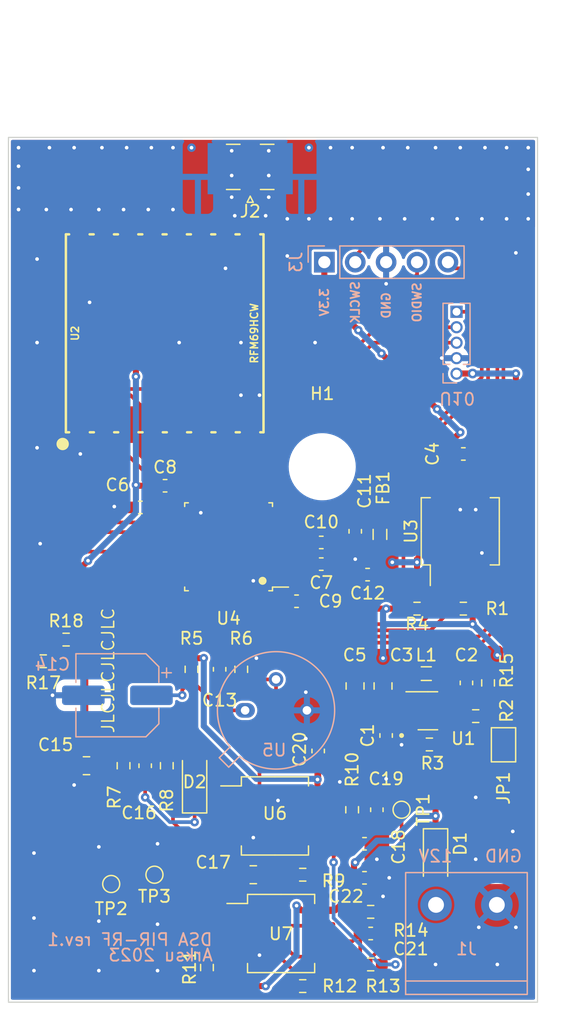
<source format=kicad_pcb>
(kicad_pcb (version 20211014) (generator pcbnew)
  (layers (0 "F.Cu" signal) (31 "B.Cu" power) (34 "B.Paste" user) (35 "F.Paste" user) (36 "B.SilkS" user "B.Silkscreen") (37 "F.SilkS" user "F.Silkscreen") (38 "B.Mask" user) (39 "F.Mask" user) (44 "Edge.Cuts" user))
  (net 0 "")
  (net 1 "+3.3V")
  (net 2 "Net-(C2-Pad1)")
  (net 3 "Net-(C2-Pad2)")
  (net 4 "NRST")
  (net 5 "+3.3VA")
  (net 6 "Net-(C13-Pad1)")
  (net 7 "Net-(C14-Pad1)")
  (net 8 "Net-(C15-Pad1)")
  (net 9 "Net-(C16-Pad1)")
  (net 10 "Net-(C16-Pad2)")
  (net 11 "Net-(C17-Pad1)")
  (net 12 "Net-(C18-Pad1)")
  (net 13 "Net-(C19-Pad1)")
  (net 14 "Net-(C19-Pad2)")
  (net 15 "+12V")
  (net 16 "Net-(C21-Pad1)")
  (net 17 "GND")
  (net 18 "SWCLK")
  (net 19 "SWDIO")
  (net 20 "SCL")
  (net 21 "SDA")
  (net 22 "Net-(R11-Pad2)")
  (net 23 "PIR0_OUT")
  (net 24 "PIR1_OUT")
  (net 26 "RF_RESET")
  (net 30 "RF_DIO0")
  (net 36 "UART_Tx")
  (net 37 "UART_Rx")
  (net 40 "Radar_OUT")
  (net 47 "Net-(J2-Pad1)")
  (net 48 "SPI_MISO")
  (net 49 "SPI_MOSI")
  (net 50 "SPI_SCK")
  (net 51 "SPI_NSS")
  (net 52 "Net-(JP1-Pad2)")
  (net 53 "Net-(R2-Pad1)")
  (net 54 "Net-(R15-Pad1)")
  (footprint "Resistor_SMD:R_0603_1608Metric_Pad0.98x0.95mm_HandSolder" (layer "F.Cu") (at 240.284 99.06 180)
    (fp_text reference "R13")
    (fp_text value "390k")
  )
  (footprint "Capacitor_SMD:C_0603_1608Metric_Pad1.08x0.95mm_HandSolder" (layer "F.Cu") (at 240.284 96.52)
    (fp_text reference "C21")
    (fp_text value "10n")
  )
  (footprint "Capacitor_SMD:C_0805_2012Metric_Pad1.18x1.45mm_HandSolder" (layer "F.Cu") (at 216.916 82.7445 180)
    (fp_text reference "C15")
    (fp_text value "22u")
  )
  (footprint "Package_SO:SO-8_5.3x6.2mm_P1.27mm" (layer "F.Cu") (at 232.41 86.868)
    (fp_text reference "U6")
    (fp_text value "LM358")
  )
  (footprint "Capacitor_SMD:C_0603_1608Metric_Pad1.08x0.95mm_HandSolder" (layer "F.Cu") (at 248.158 75.946 90)
    (fp_text reference "C2")
    (fp_text value "100n")
  )
  (footprint "Resistor_SMD:R_0603_1608Metric_Pad0.98x0.95mm_HandSolder" (layer "F.Cu") (at 240.284 94.742)
    (fp_text reference "R14")
    (fp_text value "680k")
  )
  (footprint "Resistor_SMD:R_0603_1608Metric_Pad0.98x0.95mm_HandSolder" (layer "F.Cu") (at 238.76 86.36 90)
    (fp_text reference "R10")
    (fp_text value "1.2M")
  )
  (footprint "Resistor_SMD:R_0603_1608Metric_Pad0.98x0.95mm_HandSolder" (layer "F.Cu") (at 225.552 74.8295 -90)
    (fp_text reference "R5")
    (fp_text value "47k")
  )
  (footprint "Resistor_SMD:R_0603_1608Metric_Pad0.98x0.95mm_HandSolder" (layer "F.Cu") (at 226.822 99.314 90)
    (fp_text reference "R11")
    (fp_text value "680k")
  )
  (footprint "Resistor_SMD:R_0603_1608Metric_Pad0.98x0.95mm_HandSolder" (layer "F.Cu") (at 223.52 82.7445 90)
    (fp_text reference "R8")
    (fp_text value "680k")
  )
  (footprint "Jumper:SolderJumper-2_P1.3mm_Open_TrianglePad1.0x1.5mm" (layer "F.Cu") (at 251.206 81.026 90)
    (fp_text reference "JP1")
    (fp_text value "Jumper_2_Open")
  )
  (footprint "Capacitor_SMD:C_0805_2012Metric_Pad1.18x1.45mm_HandSolder" (layer "F.Cu") (at 230.632 91.694 180)
    (fp_text reference "C17")
    (fp_text value "22u")
  )
  (footprint "Connector_Coaxial:SMA_Samtec_SMA-J-P-X-ST-EM1_EdgeMount" (layer "F.Cu") (at 230.378 33.728 180)
    (fp_text reference "J2")
    (fp_text value "SMA Edge Mount")
  )
  (footprint "Package_TO_SOT_SMD:TSOT-23-6" (layer "F.Cu") (at 244.9885 78.232)
    (fp_text reference "U1")
    (fp_text value "AP62250Z6")
  )
  (footprint "TestPoint:TestPoint_Pad_D1.0mm" (layer "F.Cu") (at 222.504 91.694)
    (fp_text reference "TP3")
    (fp_text value "Digital PIR_L")
  )
  (footprint "Capacitor_SMD:C_0603_1608Metric_Pad1.08x0.95mm_HandSolder" (layer "F.Cu") (at 221.742 82.7445 90)
    (fp_text reference "C16")
    (fp_text value "22n")
  )
  (footprint "Package_QFP:LQFP-32_7x7mm_P0.8mm" (layer "F.Cu") (at 228.6 64.77 180)
    (fp_text reference "U4")
    (fp_text value "STM32L010K8T6")
  )
  (footprint "Capacitor_SMD:C_0805_2012Metric_Pad1.18x1.45mm_HandSolder" (layer "F.Cu") (at 241.3 76.2 -90)
    (fp_text reference "C3")
    (fp_text value "22u")
  )
  (footprint "Resistor_SMD:R_0603_1608Metric_Pad0.98x0.95mm_HandSolder" (layer "F.Cu") (at 229.641 74.8295 90)
    (fp_text reference "R6")
    (fp_text value "47k")
  )
  (footprint "Resistor_SMD:R_0603_1608Metric_Pad0.98x0.95mm_HandSolder" (layer "F.Cu") (at 248.92 78.674)
    (fp_text reference "R2")
    (fp_text value "30k")
  )
  (footprint "Capacitor_SMD:C_0805_2012Metric_Pad1.18x1.45mm_HandSolder" (layer "F.Cu") (at 239 76.2 -90)
    (fp_text reference "C5")
    (fp_text value "22u")
  )
  (footprint "Resistor_SMD:R_0603_1608Metric_Pad0.98x0.95mm_HandSolder" (layer "F.Cu") (at 219.964 82.7445 90)
    (fp_text reference "R7")
    (fp_text value "15k")
  )
  (footprint "Resistor_SMD:R_0603_1608Metric_Pad0.98x0.95mm_HandSolder" (layer "F.Cu") (at 245.11 81 180)
    (fp_text reference "R3")
    (fp_text value "10k")
  )
  (footprint "Capacitor_SMD:C_0603_1608Metric_Pad1.08x0.95mm_HandSolder" (layer "F.Cu") (at 236.22 64.4155)
    (fp_text reference "C10")
    (fp_text value "10n")
  )
  (footprint "Resistor_SMD:R_0603_1608Metric_Pad0.98x0.95mm_HandSolder" (layer "F.Cu") (at 213.36 74.168)
    (fp_text reference "R17")
    (fp_text value "4k7")
  )
  (footprint "Inductor_SMD:L_0805_2012Metric_Pad1.05x1.20mm_HandSolder" (layer "F.Cu") (at 244.856 75.184 180)
    (fp_text reference "L1")
    (fp_text value "2.2u")
  )
  (footprint "Resistor_SMD:R_0603_1608Metric_Pad0.98x0.95mm_HandSolder" (layer "F.Cu") (at 249.936 75.946 90)
    (fp_text reference "R15")
    (fp_text value "1k6")
  )
  (footprint "Capacitor_SMD:C_0603_1608Metric_Pad1.08x0.95mm_HandSolder" (layer "F.Cu") (at 223.377 59.76)
    (fp_text reference "C8")
    (fp_text value "100n")
  )
  (footprint "Capacitor_SMD:C_0603_1608Metric_Pad1.08x0.95mm_HandSolder" (layer "F.Cu") (at 236.22 66.1935 180)
    (fp_text reference "C7")
    (fp_text value "100n")
  )
  (footprint "Resistor_SMD:R_0603_1608Metric_Pad0.98x0.95mm_HandSolder" (layer "F.Cu") (at 234.696 100.838)
    (fp_text reference "R12")
    (fp_text value "390k")
  )
  (footprint "Capacitor_SMD:C_0603_1608Metric_Pad1.08x0.95mm_HandSolder" (layer "F.Cu") (at 241.554 80.264 -90)
    (fp_text reference "C1")
    (fp_text value "10u")
  )
  (footprint "Capacitor_SMD:C_0603_1608Metric_Pad1.08x0.95mm_HandSolder" (layer "F.Cu") (at 234.188 69.2415 180)
    (fp_text reference "C9")
    (fp_text value "100n")
  )
  (footprint "Local:RFM69HCW-XXXS2" (layer "F.Cu") (at 223.34728 47.244 90)
    (fp_text reference "U2")
    (fp_text value "RFM69HCW")
  )
  (footprint "Package_SO:SO-8_5.3x6.2mm_P1.27mm" (layer "F.Cu") (at 247.65 63.5 90)
    (fp_text reference "U3")
    (fp_text value "LM75B")
  )
  (footprint "Capacitor_SMD:C_0603_1608Metric_Pad1.08x0.95mm_HandSolder" (layer "F.Cu") (at 239.776 91.948 180)
    (fp_text reference "C22")
    (fp_text value "22n")
  )
  (footprint "Diode_SMD:D_MiniMELF" (layer "F.Cu") (at 225.806 84.074 90)
    (fp_text reference "D2")
    (fp_text value "1N4148")
  )
  (footprint "Resistor_SMD:R_0603_1608Metric_Pad0.98x0.95mm_HandSolder" (layer "F.Cu") (at 215.2415 72.39 180)
    (fp_text reference "R18")
    (fp_text value "4k7")
  )
  (footprint "Capacitor_SMD:C_0603_1608Metric_Pad1.08x0.95mm_HandSolder" (layer "F.Cu") (at 221.345 61.538 180)
    (fp_text reference "C6")
    (fp_text value "10u")
  )
  (footprint "Package_SO:SO-8_5.3x6.2mm_P1.27mm" (layer "F.Cu") (at 232.918 96.52)
    (fp_text reference "U7")
    (fp_text value "LM393")
  )
  (footprint "Resistor_SMD:R_0603_1608Metric_Pad0.98x0.95mm_HandSolder" (layer "F.Cu") (at 247.904 69.85 180)
    (fp_text reference "R1")
    (fp_text value "4k7")
  )
  (footprint "TestPoint:TestPoint_Pad_D1.0mm" (layer "F.Cu") (at 218.948 92.456)
    (fp_text reference "TP2")
    (fp_text value "Digital PIR_H")
  )
  (footprint "Resistor_SMD:R_0603_1608Metric_Pad0.98x0.95mm_HandSolder" (layer "F.Cu") (at 244.094 69.85)
    (fp_text reference "R4")
    (fp_text value "4k7")
  )
  (footprint "Capacitor_SMD:C_0603_1608Metric_Pad1.08x0.95mm_HandSolder" (layer "F.Cu") (at 247.904 57.15 180)
    (fp_text reference "C4")
    (fp_text value "100n")
  )
  (footprint "Inductor_SMD:L_0805_2012Metric_Pad1.05x1.20mm_HandSolder" (layer "F.Cu") (at 241.046 63.754 -90)
    (fp_text reference "FB1")
    (fp_text value "BLM21AG102SN1D")
  )
  (footprint "TestPoint:TestPoint_Pad_D1.0mm" (layer "F.Cu") (at 242.824 86.36)
    (fp_text reference "TP1")
    (fp_text value "Analog PIR")
  )
  (footprint "Capacitor_SMD:C_0603_1608Metric_Pad1.08x0.95mm_HandSolder" (layer "F.Cu") (at 239.776 89.154)
    (fp_text reference "C18")
    (fp_text value "10n")
  )
  (footprint "Capacitor_SMD:C_0603_1608Metric_Pad1.08x0.95mm_HandSolder" (layer "F.Cu") (at 235.966 81.534 -90)
    (fp_text reference "C20")
    (fp_text value "22n")
  )
  (footprint "Capacitor_SMD:C_0603_1608Metric_Pad1.08x0.95mm_HandSolder" (layer "F.Cu") (at 240.03 67.056 180)
    (fp_text reference "C12")
    (fp_text value "1u")
  )
  (footprint "MountingHole:MountingHole_5mm" (layer "F.Cu") (at 236.3 58.2)
    (fp_text reference "H1")
    (fp_text value "MountingHole")
  )
  (footprint "Capacitor_SMD:C_0603_1608Metric_Pad1.08x0.95mm_HandSolder" (layer "F.Cu") (at 240.792 86.36 90)
    (fp_text reference "C19")
    (fp_text value "22n")
  )
  (footprint "Capacitor_SMD:C_0603_1608Metric_Pad1.08x0.95mm_HandSolder" (layer "F.Cu") (at 227.863 74.8295 90)
    (fp_text reference "C13")
    (fp_text value "100n")
  )
  (footprint "Capacitor_SMD:C_0603_1608Metric_Pad1.08x0.95mm_HandSolder" (layer "F.Cu") (at 239.014 63.5 -90)
    (fp_text reference "C11")
    (fp_text value "1u")
  )
  (footprint "Resistor_SMD:R_0603_1608Metric_Pad0.98x0.95mm_HandSolder" (layer "F.Cu") (at 234.696 91.694)
    (fp_text reference "R9")
    (fp_text value "12k")
  )
  (footprint "Diode_SMD:D_SOD-123" (layer "F.Cu") (at 245.618 90.17 -90)
    (fp_text reference "D1")
    (fp_text value "STPS0520Z")
  )
  (footprint "Capacitor_SMD:CP_Elec_6.3x5.4" (layer "B.Cu") (at 219.456 76.962 180)
    (fp_text reference "C14")
    (fp_text value "100u")
  )
  (footprint "Package_TO_SOT_THT:TO-5-3" (layer "B.Cu") (at 229.96 78.2)
    (fp_text reference "U5")
    (fp_text value "D203S")
  )
  (footprint "Local:DG301R-5.0" (layer "B.Cu") (at 248.158 96.52 180)
    (fp_text reference "J1")
    (fp_text value "Screw_Terminal_01x02")
  )
  (footprint "Local:LD2410" (layer "B.Cu") (at 215.494 48.006)
    (fp_text reference "U10")
    (fp_text value "LD2410")
  )
  (footprint "Connector_PinHeader_2.54mm:PinHeader_1x05_P2.54mm_Vertical" (layer "B.Cu") (at 236.474 41.402 -90)
    (fp_text reference "J3")
    (fp_text value "Conn_01x05_Male")
  )
  (gr_circle (center 231.394 67.564) (end 231.648 67.564) (layer "F.SilkS") (width 0.15) (fill solid))
  (gr_circle (center 242.824 80.264) (end 242.924 80.264) (layer "F.SilkS") (width 0.2) (fill solid))
  (gr_rect locked (start 210.5 31.16) (end 254 102.16) (layer "Edge.Cuts") (width 0.1) (fill none))
  (gr_text "12V" (at 245.618 90.17) (layer "B.SilkS") (effects (font (size 1 1)) (justify mirror)))
  (gr_text "GND" (at 251.206 90.17) (layer "B.SilkS") (effects (font (size 1 1)) (justify mirror)))
  (gr_text "Arksu 2023" (at 223.012 98.298) (layer "B.SilkS") (effects (font (size 1 1)) (justify mirror)))
  (gr_text "DSA PIR-RF rev.1" (at 220.472 97.028) (layer "B.SilkS") (effects (font (size 1 1)) (justify mirror)))
  (gr_text "SWDIO" (at 244.094 44.704 90) (layer "B.SilkS") (effects (font (size 0.7 0.7)) (justify mirror)))
  (gr_text "GND" (at 241.554 44.958 90) (layer "B.SilkS") (effects (font (size 0.7 0.7)) (justify mirror)))
  (gr_text "SWCLK" (at 239.014 44.704 90) (layer "B.SilkS") (effects (font (size 0.7 0.7)) (justify mirror)))
  (gr_text "3.3V\n" (at 236.474 44.704 90) (layer "B.SilkS") (effects (font (size 0.7 0.7)) (justify mirror)))
  (gr_text "JLCJLCJLCJLC" (at 218.694 74.93 90) (layer "F.SilkS") (effects (font (size 1 1) (thickness 0.125))))
  (segment (start 247.65 55.372) (end 247.0415 55.9805) (width 0.5) (layer "F.Cu") (net 1))
  (segment (start 222.6395 61.97) (end 222.2075 61.538) (width 0.5) (layer "F.Cu") (net 1))
  (segment (start 248.666 70.0005) (end 248.8165 69.85) (width 0.5) (layer "F.Cu") (net 1))
  (segment (start 220.98 50.8) (end 220.98 49.784) (width 0.5) (layer "F.Cu") (net 1))
  (segment (start 245.745 64.135) (end 245.745 60) (width 0.5) (layer "F.Cu") (net 1))
  (segment (start 214.329 74.1115) (end 214.2725 74.168) (width 0.5) (layer "F.Cu") (net 1))
  (segment (start 222.34906 48.41494) (end 222.34906 43.33494) (width 0.5) (layer "F.Cu") (net 1))
  (segment (start 241.046 66.9025) (end 240.8925 67.056) (width 0.5) (layer "F.Cu") (net 1))
  (segment (start 245.745 60) (end 245.745 58.4465) (width 0.5) (layer "F.Cu") (net 1))
  (segment (start 248.666 71.12) (end 248.666 70.0005) (width 0.5) (layer "F.Cu") (net 1))
  (segment (start 245.745 58.4465) (end 247.0415 57.15) (width 0.5) (layer "F.Cu") (net 1))
  (segment (start 232.775 67.57) (end 234.702 67.57) (width 0.5) (layer "F.Cu") (net 1))
  (segment (start 236.474 44.196) (end 236.474 41.402) (width 0.5) (layer "F.Cu") (net 1))
  (segment (start 222.34906 43.33494) (end 222.34906 39.74592) (width 0.5) (layer "F.Cu") (net 1))
  (segment (start 244.094 65.786) (end 245.745 64.135) (width 0.5) (layer "F.Cu") (net 1))
  (segment (start 223.21012 44.196) (end 222.34906 43.33494) (width 0.5) (layer "F.Cu") (net 1))
  (segment (start 214.329 72.39) (end 214.329 74.1115) (width 0.5) (layer "F.Cu") (net 1))
  (segment (start 220.98 49.784) (end 222.34906 48.41494) (width 0.5) (layer "F.Cu") (net 1))
  (segment (start 247.0415 55.9805) (end 247.0415 57.15) (width 0.5) (layer "F.Cu") (net 1))
  (segment (start 217.043 65.913) (end 214.329 68.627) (width 0.5) (layer "F.Cu") (net 1))
  (segment (start 222.5145 59.76) (end 221.05 59.76) (width 0.5) (layer "F.Cu") (net 1))
  (segment (start 241.046 67.056) (end 242.062 66.04) (width 0.5) (layer "F.Cu") (net 1))
  (segment (start 214.329 68.627) (end 214.329 72.39) (width 0.5) (layer "F.Cu") (net 1))
  (segment (start 234.702 67.57) (end 235.0505 67.9185) (width 0.5) (layer "F.Cu") (net 1))
  (segment (start 235.659 69.85) (end 235.0505 69.2415) (width 0.5) (layer "F.Cu") (net 1))
  (segment (start 239.268 46.99) (end 236.474 44.196) (width 0.5) (layer "F.Cu") (net 1))
  (segment (start 236.474 44.196) (end 223.21012 44.196) (width 0.5) (layer "F.Cu") (net 1))
  (segment (start 244.094 68.58) (end 244.094 65.786) (width 0.5) (layer "F.Cu") (net 1))
  (segment (start 222.2075 61.538) (end 222.2075 60.067) (width 0.5) (layer "F.Cu") (net 1))
  (segment (start 240.8925 67.056) (end 241.046 67.056) (width 0.5) (layer "F.Cu") (net 1))
  (segment (start 222.2075 60.067) (end 222.5145 59.76) (width 0.5) (layer "F.Cu") (net 1))
  (segment (start 224.425 61.97) (end 222.6395 61.97) (width 0.5) (layer "F.Cu") (net 1))
  (segment (start 221.05 59.76) (end 220.98 59.69) (width 0.5) (layer "F.Cu") (net 1))
  (segment (start 243.1815 69.85) (end 244.094 68.9375) (width 0.5) (layer "F.Cu") (net 1))
  (segment (start 243.1815 69.85) (end 235.659 69.85) (width 0.5) (layer "F.Cu") (net 1))
  (segment (start 244.094 68.9375) (end 244.094 68.58) (width 0.5) (layer "F.Cu") (net 1))
  (segment (start 245.745 53.467) (end 241.173 48.895) (width 0.5) (layer "F.Cu") (net 1))
  (segment (start 235.0505 67.9185) (end 235.0505 69.2415) (width 0.5) (layer "F.Cu") (net 1))
  (via (at 245.745 53.467) (size 0.7) (drill 0.3) (layers "F.Cu" "B.Cu") (net 1))
  (via (at 217.043 65.913) (size 0.7) (drill 0.3) (layers "F.Cu" "B.Cu") (net 1))
  (via (at 242.062 66.04) (size 0.7) (drill 0.3) (layers "F.Cu" "B.Cu") (net 1))
  (via (at 220.98 59.69) (size 0.7) (drill 0.3) (layers "F.Cu" "B.Cu") (net 1))
  (via (at 248.666 71.12) (size 0.7) (drill 0.3) (layers "F.Cu" "B.Cu") (net 1))
  (via (at 247.65 55.372) (size 0.7) (drill 0.3) (layers "F.Cu" "B.Cu") (net 1))
  (via (at 241.173 48.895) (size 0.7) (drill 0.3) (layers "F.Cu" "B.Cu") (net 1))
  (via (at 241.554 69.85) (size 0.7) (drill 0.3) (layers "F.Cu" "B.Cu") (net 1))
  (via (at 239.268 46.99) (size 0.7) (drill 0.3) (layers "F.Cu" "B.Cu") (net 1))
  (via (at 250.698 73.66) (size 0.7) (drill 0.3) (layers "F.Cu" "B.Cu") (net 1))
  (via (at 244.094 66.04) (size 0.7) (drill 0.3) (layers "F.Cu" "B.Cu") (net 1))
  (via (at 241.3 73.914) (size 0.7) (drill 0.3) (layers "F.Cu" "B.Cu") (net 1))
  (via (at 220.98 50.8) (size 0.7) (drill 0.3) (layers "F.Cu" "B.Cu") (net 1))
  (segment (start 241.173 48.895) (end 239.268 46.99) (width 0.5) (layer "B.Cu") (net 1))
  (segment (start 217.043 65.913) (end 220.98 61.976) (width 0.5) (layer "B.Cu") (net 1))
  (segment (start 245.745 53.467) (end 247.65 55.372) (width 0.5) (layer "B.Cu") (net 1))
  (segment (start 250.698 73.66) (end 250.698 73.152) (width 0.5) (layer "B.Cu") (net 1))
  (segment (start 241.554 71.12) (end 241.3 71.374) (width 0.5) (layer "B.Cu") (net 1))
  (segment (start 241.3 70.104) (end 241.554 69.85) (width 0.5) (layer "B.Cu") (net 1))
  (segment (start 241.3 73.914) (end 241.3 71.374) (width 0.5) (layer "B.Cu") (net 1))
  (segment (start 242.062 66.04) (end 244.094 66.04) (width 0.5) (layer "B.Cu") (net 1))
  (segment (start 248.666 71.12) (end 241.554 71.12) (width 0.5) (layer "B.Cu") (net 1))
  (segment (start 241.3 71.374) (end 241.3 70.104) (width 0.5) (layer "B.Cu") (net 1))
  (segment (start 220.98 50.8) (end 220.98 59.69) (width 0.5) (layer "B.Cu") (net 1))
  (segment (start 250.698 73.152) (end 248.666 71.12) (width 0.5) (layer "B.Cu") (net 1))
  (segment (start 220.98 61.976) (end 220.98 59.69) (width 0.5) (layer "B.Cu") (net 1))
  (segment (start 247.6845 77.282) (end 248.158 76.8085) (width 0.5) (layer "F.Cu") (net 2))
  (segment (start 246.126 77.282) (end 247.6845 77.282) (width 0.5) (layer "F.Cu") (net 2))
  (segment (start 244.348 78.232) (end 245.11 77.47) (width 0.3) (layer "F.Cu") (net 3))
  (segment (start 245.11 77.47) (end 245.11 76.08) (width 0.3) (layer "F.Cu") (net 3))
  (segment (start 243.851 78.232) (end 244.348 78.232) (width 0.3) (layer "F.Cu") (net 3))
  (segment (start 245.11 76.08) (end 246.006 75.184) (width 0.3) (layer "F.Cu") (net 3))
  (segment (start 248.0575 75.184) (end 248.158 75.0835) (width 0.3) (layer "F.Cu") (net 3))
  (segment (start 246.006 75.184) (end 248.0575 75.184) (width 0.3) (layer "F.Cu") (net 3))
  (segment (start 232.775 65.17) (end 233.572 65.17) (width 0.3) (layer "F.Cu") (net 4))
  (segment (start 242.978575 67.409425) (end 242.978575 58.066575) (width 0.3) (layer "F.Cu") (net 4))
  (segment (start 233.572 65.17) (end 234.5955 66.1935) (width 0.3) (layer "F.Cu") (net 4))
  (segment (start 234.5955 66.1935) (end 235.3575 66.1935) (width 0.3) (layer "F.Cu") (net 4))
  (segment (start 235.3575 66.1935) (end 237.49 68.326) (width 0.3) (layer "F.Cu") (net 4))
  (segment (start 249.936 43.434) (end 248.412 41.91) (width 0.3) (layer "F.Cu") (net 4))
  (segment (start 249.936 51.10915) (end 249.936 43.434) (width 0.3) (layer "F.Cu") (net 4))
  (segment (start 237.49 68.326) (end 242.062 68.326) (width 0.3) (layer "F.Cu") (net 4))
  (segment (start 248.412 41.91) (end 246.639 41.91) (width 0.3) (layer "F.Cu") (net 4))
  (segment (start 242.978575 58.066575) (end 249.936 51.10915) (width 0.3) (layer "F.Cu") (net 4))
  (segment (start 242.062 68.326) (end 242.978575 67.409425) (width 0.3) (layer "F.Cu") (net 4))
  (segment (start 238.0985 62.6375) (end 237.49 63.246) (width 0.5) (layer "F.Cu") (net 5))
  (segment (start 239.014 62.6375) (end 238.0985 62.6375) (width 0.5) (layer "F.Cu") (net 5))
  (segment (start 235.312 64.37) (end 235.3575 64.4155) (width 0.5) (layer "F.Cu") (net 5))
  (segment (start 239.014 62.6375) (end 241.0125 62.6375) (width 0.5) (layer "F.Cu") (net 5))
  (segment (start 232.775 64.37) (end 235.312 64.37) (width 0.5) (layer "F.Cu") (net 5))
  (segment (start 241.0125 62.6375) (end 241.046 62.604) (width 0.5) (layer "F.Cu") (net 5))
  (segment (start 237.49 63.246) (end 236.527 63.246) (width 0.5) (layer "F.Cu") (net 5))
  (segment (start 236.527 63.246) (end 235.3575 64.4155) (width 0.5) (layer "F.Cu") (net 5))
  (segment (start 227.863 75.692) (end 227.895 75.66) (width 0.3) (layer "F.Cu") (net 6))
  (segment (start 230.251 87.503) (end 231.14 86.614) (width 0.3) (layer "F.Cu") (net 6))
  (segment (start 227.895 75.66) (end 232.5 75.66) (width 0.3) (layer "F.Cu") (net 6))
  (segment (start 232.5 78.396) (end 232.5 75.66) (width 0.3) (layer "F.Cu") (net 6))
  (segment (start 231.14 79.756) (end 232.5 78.396) (width 0.3) (layer "F.Cu") (net 6))
  (segment (start 229.591 75.692) (end 229.641 75.742) (width 0.3) (layer "F.Cu") (net 6))
  (segment (start 228.91 87.503) (end 230.251 87.503) (width 0.3) (layer "F.Cu") (net 6))
  (segment (start 231.14 86.614) (end 231.14 79.756) (width 0.3) (layer "F.Cu") (net 6))
  (segment (start 224.79 76.962) (end 224.79 76.504) (width 0.3) (layer "F.Cu") (net 7))
  (segment (start 224.79 76.504) (end 225.552 75.742) (width 0.3) (layer "F.Cu") (net 7))
  (segment (start 225.552 75.742) (end 228.01 78.2) (width 0.3) (layer "F.Cu") (net 7))
  (segment (start 228.01 78.2) (end 229.96 78.2) (width 0.3) (layer "F.Cu") (net 7))
  (via (at 224.79 76.962) (size 0.7) (drill 0.3) (layers "F.Cu" "B.Cu") (net 7))
  (segment (start 222.256 76.962) (end 224.79 76.962) (width 0.3) (layer "B.Cu") (net 7))
  (segment (start 218.866 81.832) (end 217.9535 82.7445) (width 0.3) (layer "F.Cu") (net 8))
  (segment (start 219.964 81.832) (end 218.866 81.832) (width 0.3) (layer "F.Cu") (net 8))
  (segment (start 221.742 85.344) (end 221.742 83.607) (width 0.3) (layer "F.Cu") (net 9))
  (segment (start 227.711 86.233) (end 227.302 85.824) (width 0.3) (layer "F.Cu") (net 9))
  (segment (start 221.792 83.657) (end 221.742 83.607) (width 0.3) (layer "F.Cu") (net 9))
  (segment (start 220.014 83.607) (end 219.964 83.657) (width 0.3) (layer "F.Cu") (net 9))
  (segment (start 225.806 85.824) (end 225.806 87.376) (width 0.3) (layer "F.Cu") (net 9))
  (segment (start 223.52 83.657) (end 221.792 83.657) (width 0.3) (layer "F.Cu") (net 9))
  (segment (start 221.742 83.607) (end 220.014 83.607) (width 0.3) (layer "F.Cu") (net 9))
  (segment (start 228.91 86.233) (end 227.711 86.233) (width 0.3) (layer "F.Cu") (net 9))
  (segment (start 227.302 85.824) (end 225.806 85.824) (width 0.3) (layer "F.Cu") (net 9))
  (via (at 221.742 85.344) (size 0.7) (drill 0.3) (layers "F.Cu" "B.Cu") (net 9))
  (via (at 225.806 87.376) (size 0.7) (drill 0.3) (layers "F.Cu" "B.Cu") (net 9))
  (segment (start 225.806 87.376) (end 223.774 87.376) (width 0.3) (layer "B.Cu") (net 9))
  (segment (start 223.774 87.376) (end 221.742 85.344) (width 0.3) (layer "B.Cu") (net 9))
  (segment (start 223.52 81.832) (end 221.792 81.832) (width 0.3) (layer "F.Cu") (net 10))
  (segment (start 225.072 82.324) (end 224.58 81.832) (width 0.3) (layer "F.Cu") (net 10))
  (segment (start 228.346 91.694) (end 224.028 87.376) (width 0.3) (layer "F.Cu") (net 10))
  (segment (start 225.806 83.312) (end 225.806 82.324) (width 0.3) (layer "F.Cu") (net 10))
  (segment (start 224.028 87.376) (end 224.028 85.09) (width 0.3) (layer "F.Cu") (net 10))
  (segment (start 221.792 81.832) (end 221.742 81.882) (width 0.3) (layer "F.Cu") (net 10))
  (segment (start 227.203 84.963) (end 225.806 83.566) (width 0.3) (layer "F.Cu") (net 10))
  (segment (start 228.91 84.963) (end 227.203 84.963) (width 0.3) (layer "F.Cu") (net 10))
  (segment (start 224.58 81.832) (end 223.52 81.832) (width 0.3) (layer "F.Cu") (net 10))
  (segment (start 224.028 85.09) (end 225.806 83.312) (width 0.3) (layer "F.Cu") (net 10))
  (segment (start 225.806 83.566) (end 225.806 82.324) (width 0.3) (layer "F.Cu") (net 10))
  (segment (start 225.806 82.324) (end 225.072 82.324) (width 0.3) (layer "F.Cu") (net 10))
  (segment (start 229.5945 91.694) (end 228.346 91.694) (width 0.3) (layer "F.Cu") (net 10))
  (segment (start 233.7835 91.694) (end 231.6695 91.694) (width 0.3) (layer "F.Cu") (net 11))
  (segment (start 237.744 89.154) (end 238.9135 89.154) (width 0.3) (layer "F.Cu") (net 12))
  (segment (start 240.284 100.838) (end 241.1965 99.9255) (width 0.3) (layer "F.Cu") (net 12))
  (segment (start 241.1965 99.06) (end 242.316 99.06) (width 0.3) (layer "F.Cu") (net 12))
  (segment (start 235.91 88.773) (end 237.363 88.773) (width 0.3) (layer "F.Cu") (net 12))
  (segment (start 237.236 90.17) (end 238.252 89.154) (width 0.3) (layer "F.Cu") (net 12))
  (segment (start 237.363 88.773) (end 237.744 89.154) (width 0.3) (layer "F.Cu") (net 12))
  (segment (start 235.6085 100.838) (end 240.284 100.838) (width 0.3) (layer "F.Cu") (net 12))
  (segment (start 238.252 89.154) (end 238.9135 89.154) (width 0.3) (layer "F.Cu") (net 12))
  (segment (start 241.1965 99.9255) (end 241.1965 99.06) (width 0.3) (layer "F.Cu") (net 12))
  (segment (start 237.236 90.678) (end 237.236 90.17) (width 0.3) (layer "F.Cu") (net 12))
  (via (at 237.236 90.678) (size 0.7) (drill 0.3) (layers "F.Cu" "B.Cu") (net 12))
  (via (at 242.316 99.06) (size 0.7) (drill 0.3) (layers "F.Cu" "B.Cu") (net 12))
  (segment (start 237.236 95.25) (end 237.236 90.678) (width 0.3) (layer "B.Cu") (net 12))
  (segment (start 242.316 99.06) (end 241.046 99.06) (width 0.3) (layer "B.Cu") (net 12))
  (segment (start 241.046 99.06) (end 237.236 95.25) (width 0.3) (layer "B.Cu") (net 12))
  (segment (start 235.91 87.503) (end 237.5135 87.503) (width 0.3) (layer "F.Cu") (net 13))
  (segment (start 237.5135 87.503) (end 237.744 87.2725) (width 0.3) (layer "F.Cu") (net 13))
  (segment (start 234.188 87.884) (end 234.188 89.408) (width 0.3) (layer "F.Cu") (net 13))
  (segment (start 237.744 87.2725) (end 240.742 87.2725) (width 0.3) (layer "F.Cu") (net 13))
  (segment (start 234.569 87.503) (end 234.188 87.884) (width 0.3) (layer "F.Cu") (net 13))
  (segment (start 235.91 87.503) (end 234.569 87.503) (width 0.3) (layer "F.Cu") (net 13))
  (segment (start 240.742 87.2725) (end 240.792 87.2225) (width 0.3) (layer "F.Cu") (net 13))
  (segment (start 234.188 89.408) (end 235.6085 90.8285) (width 0.3) (layer "F.Cu") (net 13))
  (segment (start 235.6085 90.8285) (end 235.6085 91.694) (width 0.3) (layer "F.Cu") (net 13))
  (segment (start 231.521 95.885) (end 234.061 98.425) (width 0.3) (layer "F.Cu") (net 14))
  (segment (start 236.418 98.425) (end 237.109 98.425) (width 0.3) (layer "F.Cu") (net 14))
  (segment (start 237.9745 86.233) (end 238.76 85.4475) (width 0.3) (layer "F.Cu") (net 14))
  (segment (start 241.808 98.044) (end 242.824 97.028) (width 0.3) (layer "F.Cu") (net 14))
  (segment (start 239.67385 100.076) (end 240.284 99.46585) (width 0.3) (layer "F.Cu") (net 14))
  (segment (start 229.418 95.885) (end 231.521 95.885) (width 0.3) (layer "F.Cu") (net 14))
  (segment (start 241.9615 85.4975) (end 240.792 85.4975) (width 0.3) (layer "F.Cu") (net 14))
  (segment (start 238.81 85.4975) (end 240.792 85.4975) (width 0.3) (layer "F.Cu") (net 14))
  (segment (start 235.91 86.233) (end 237.9745 86.233) (width 0.3) (layer "F.Cu") (net 14))
  (segment (start 240.284 99.46585) (end 240.284 98.552) (width 0.3) (layer "F.Cu") (net 14))
  (segment (start 234.061 98.425) (end 236.418 98.425) (width 0.3) (layer "F.Cu") (net 14))
  (segment (start 242.824 97.028) (end 242.824 86.36) (width 0.3) (layer "F.Cu") (net 14))
  (segment (start 237.109 98.425) (end 238.76 100.076) (width 0.3) (layer "F.Cu") (net 14))
  (segment (start 242.824 86.36) (end 241.9615 85.4975) (width 0.3) (layer "F.Cu") (net 14))
  (segment (start 240.284 98.552) (end 240.792 98.044) (width 0.3) (layer "F.Cu") (net 14))
  (segment (start 240.792 98.044) (end 241.808 98.044) (width 0.3) (layer "F.Cu") (net 14))
  (segment (start 238.76 100.076) (end 239.67385 100.076) (width 0.3) (layer "F.Cu") (net 14))
  (segment (start 234.569 94.615) (end 236.418 94.615) (width 0.5) (layer "F.Cu") (net 15))
  (segment (start 250.407 82.55) (end 251.206 81.751) (width 0.5) (layer "F.Cu") (net 15))
  (segment (start 236.418 94.615) (end 237.363 94.615) (width 0.5) (layer "F.Cu") (net 15))
  (segment (start 237.363 94.615) (end 238.9135 93.0645) (width 0.5) (layer "F.Cu") (net 15))
  (segment (start 226.5595 73.911526) (end 226.554026 73.917) (width 0.5) (layer "F.Cu") (net 15))
  (segment (start 235.91 83.876) (end 235.966 83.82) (width 0.5) (layer "F.Cu") (net 15))
  (segment (start 240.4375 80.518) (end 240.4375 82.3965) (width 0.5) (layer "F.Cu") (net 15))
  (segment (start 245.618 85.344) (end 243.078 82.804) (width 0.5) (layer "F.Cu") (net 15))
  (segment (start 227.4335 100.838) (end 231.648 100.838) (width 0.5) (layer "F.Cu") (net 15))
  (segment (start 248.1885 82.7735) (end 248.412 82.55) (width 0.5) (layer "F.Cu") (net 15))
  (segment (start 240.792 82.804) (end 236.3735 82.804) (width 0.5) (layer "F.Cu") (net 15))
  (segment (start 234.188 94.234) (end 234.569 94.615) (width 0.5) (layer "F.Cu") (net 15))
  (segment (start 240.845 82.804) (end 240.4375 82.3965) (width 0.5) (layer "F.Cu") (net 15))
  (segment (start 226.554026 73.917) (end 225.552 73.917) (width 0.5) (layer "F.Cu") (net 15))
  (segment (start 241.7735 79.182) (end 241.554 79.4015) (width 0.5) (layer "F.Cu") (net 15))
  (segment (start 248.412 82.55) (end 250.407 82.55) (width 0.5) (layer "F.Cu") (net 15))
  (segment (start 236.3735 82.804) (end 235.966 82.3965) (width 0.5) (layer "F.Cu") (net 15))
  (segment (start 243.851 79.182) (end 241.7735 79.182) (width 0.5) (layer "F.Cu") (net 15))
  (segment (start 245.618 85.344) (end 248.1885 82.7735) (width 0.5) (layer "F.Cu") (net 15))
  (segment (start 238.9135 91.948) (end 238.9135 90.7785) (width 0.5) (layer "F.Cu") (net 15))
  (segment (start 226.822 100.2265) (end 227.4335 100.838) (width 0.5) (layer "F.Cu") (net 15))
  (segment (start 235.91 84.963) (end 235.91 82.4525) (width 0.5) (layer "F.Cu") (net 15))
  (segment (start 238.9135 93.0645) (end 238.9135 91.948) (width 0.5) (layer "F.Cu") (net 15))
  (segment (start 243.078 82.804) (end 240.845 82.804) (width 0.5) (layer "F.Cu") (net 15))
  (segment (start 235.91 82.4525) (end 235.966 82.3965) (width 0.5) (layer "F.Cu") (net 15))
  (segment (start 235.966 83.82) (end 235.966 82.3965) (width 0.5) (layer "F.Cu") (net 15))
  (segment (start 241.554 79.4015) (end 240.4375 80.518) (width 0.5) (layer "F.Cu") (net 15))
  (segment (start 245.618 88.52) (end 245.618 85.344) (width 0.5) (layer "F.Cu") (net 15))
  (segment (start 238.9135 90.7785) (end 239.014 90.678) (width 0.5) (layer "F.Cu") (net 15))
  (via (at 226.5595 73.911526) (size 0.7) (drill 0.3) (layers "F.Cu" "B.Cu") (net 15))
  (via (at 245.618 86.868) (size 0.7) (drill 0.3) (layers "F.Cu" "B.Cu") (net 15))
  (via (at 235.91 83.876) (size 0.7) (drill 0.3) (layers "F.Cu" "B.Cu") (net 15))
  (via (at 234.188 94.234) (size 0.7) (drill 0.3) (layers "F.Cu" "B.Cu") (net 15))
  (via (at 231.648 100.838) (size 0.7) (drill 0.3) (layers "F.Cu" "B.Cu") (net 15))
  (via (at 239.014 90.678) (size 0.7) (drill 0.3) (layers "F.Cu" "B.Cu") (net 15))
  (segment (start 245.618 86.868) (end 244.094 86.868) (width 0.5) (layer "B.Cu") (net 15))
  (segment (start 240.792 88.9) (end 239.014 90.678) (width 0.5) (layer "B.Cu") (net 15))
  (segment (start 230.886 83.82) (end 226.5595 79.4935) (width 0.5) (layer "B.Cu") (net 15))
  (segment (start 226.5595 79.4935) (end 226.5595 73.911526) (width 0.5) (layer "B.Cu") (net 15))
  (segment (start 244.094 86.868) (end 242.062 88.9) (width 0.5) (layer "B.Cu") (net 15))
  (segment (start 242.062 88.9) (end 240.792 88.9) (width 0.5) (layer "B.Cu") (net 15))
  (segment (start 235.854 83.82) (end 230.886 83.82) (width 0.5) (layer "B.Cu") (net 15))
  (segment (start 234.188 98.298) (end 231.648 100.838) (width 0.5) (layer "B.Cu") (net 15))
  (segment (start 234.188 94.234) (end 234.188 98.298) (width 0.5) (layer "B.Cu") (net 15))
  (segment (start 235.91 83.876) (end 235.854 83.82) (width 0.5) (layer "B.Cu") (net 15))
  (segment (start 239.3715 96.47) (end 239.4215 96.52) (width 0.3) (layer "F.Cu") (net 16))
  (segment (start 239.4215 96.52) (end 239.4215 99.01) (width 0.3) (layer "F.Cu") (net 16))
  (segment (start 236.418 97.155) (end 238.7865 97.155) (width 0.3) (layer "F.Cu") (net 16))
  (segment (start 239.4215 99.01) (end 239.3715 99.06) (width 0.3) (layer "F.Cu") (net 16))
  (segment (start 238.7865 97.155) (end 239.4215 96.52) (width 0.3) (layer "F.Cu") (net 16))
  (segment (start 239.3715 94.742) (end 239.3715 96.47) (width 0.3) (layer "F.Cu") (net 16))
  (segment (start 215.9 82.766) (end 215.8785 82.7445) (width 0.5) (layer "F.Cu") (net 17))
  (segment (start 241.1965 96.47) (end 241.1465 96.52) (width 0.5) (layer "F.Cu") (net 17))
  (via (at 241.046 37.846) (size 0.7) (drill 0.3) (layers "F.Cu" "B.Cu") (net 17))
  (via (at 211.328 32.004) (size 0.7) (drill 0.3) (layers "F.Cu" "B.Cu") (net 17))
  (via (at 235.204 37.846) (size 0.7) (drill 0.3) (layers "F.Cu" "B.Cu") (net 17))
  (via (at 212.852 48.006) (size 0.7) (drill 0.3) (layers "F.Cu" "B.Cu") (net 17))
  (via (at 212.598 89.916) (size 0.7) (drill 0.3) (layers "F.Cu" "B.Cu") (net 17))
  (via (at 212.852 41.148) (size 0.7) (drill 0.3) (layers "F.Cu" "B.Cu") (net 17))
  (via (at 238.76 32.004) (size 0.7) (drill 0.3) (layers "F.Cu" "B.Cu") (net 17))
  (via (at 253.238 35.814) (size 0.7) (drill 0.3) (layers "F.Cu" "B.Cu") (net 17))
  (via (at 230.886 73.914) (size 0.7) (drill 0.3) (layers "F.Cu" "B.Cu") (net 17))
  (via (at 213.106 64.516) (size 0.7) (drill 0.3) (layers "F.Cu" "B.Cu") (net 17))
  (via (at 236.982 37.846) (size 0.7) (drill 0.3) (layers "F.Cu" "B.Cu") (net 17))
  (via (at 241.554 43.18) (size 0.7) (drill 0.3) (layers "F.Cu" "B.Cu") (net 17))
  (via (at 222.758 95.758) (size 0.7) (drill 0.3) (layers "F.Cu" "B.Cu") (net 17))
  (via (at 214.122 76.962) (size 0.7) (drill 0.3) (layers "F.Cu" "B.Cu") (net 17))
  (via (at 241.3 32.004) (size 0.7) (drill 0.3) (layers "F.Cu" "B.Cu") (net 17))
  (via (at 217.932 95.504) (size 0.7) (drill 0.3) (layers "F.Cu" "B.Cu") (net 17))
  (via (at 215.646 37.084) (size 0.7) (drill 0.3) (layers "F.Cu" "B.Cu") (net 17))
  (via (at 241.3 93.472) (size 0.7) (drill 0.3) (layers "F.Cu" "B.Cu") (net 17))
  (via (at 253.238 33.782) (size 0.7) (drill 0.3) (layers "F.Cu" "B.Cu") (net 17))
  (via (at 249.174 96.012) (size 0.7) (drill 0.3) (layers "F.Cu" "B.Cu") (net 17))
  (via (at 253.238 32.004) (size 0.7) (drill 0.3) (layers "F.Cu" "B.Cu") (net 17))
  (via (at 222.758 89.154) (size 0.7) (drill 0.3) (layers "F.Cu" "B.Cu") (net 17))
  (via (at 240.792 90.424) (size 0.7) (drill 0.3) (layers "F.Cu" "B.Cu") (net 17))
  (via (at 229.108 37.592) (size 0.7) (drill 0.3) (layers "F.Cu" "B.Cu") (net 17))
  (via (at 247.65 61.722) (size 0.7) (drill 0.3) (layers "F.Cu" "B.Cu") (net 17))
  (via (at 247.396 37.846) (size 0.7) (drill 0.3) (layers "F.Cu" "B.Cu") (net 17))
  (via (at 228.854 36.068) (size 0.7) (drill 0.3) (layers "F.Cu" "B.Cu") (net 17))
  (via (at 237.744 84.074) (size 0.7) (drill 0.3) (layers "F.Cu" "B.Cu") (net 17))
  (via (at 231.648 37.592) (size 0.7) (drill 0.3) (layers "F.Cu" "B.Cu") (net 17))
  (via (at 231.14 98.298) (size 0.7) (drill 0.3) (layers "F.Cu" "B.Cu") (net 17))
  (via (at 217.932 89.408) (size 0.7) (drill 0.3) (layers "F.Cu" "B.Cu") (net 17))
  (via (at 245.618 99.06) (size 0.7) (drill 0.3) (layers "F.Cu" "B.Cu") (net 17))
  (via (at 238.76 37.846) (size 0.7) (drill 0.3) (layers "F.Cu" "B.Cu") (net 17))
  (via (at 243.078 37.846) (size 0.7) (drill 0.3) (layers "F.Cu" "B.Cu") (net 17))
  (via (at 217.17 44.704) (size 0.7) (drill 0.3) (layers "F.Cu" "B.Cu") (net 17))
  (via (at 229.616 48.006) (size 0.7) (drill 0.3) (layers "F.Cu" "B.Cu") (net 17))
  (via (at 245.364 37.846) (size 0.7) (drill 0.3) (layers "F.Cu" "B.Cu") (net 17))
  (via (at 231.902 34.29) (size 0.7) (drill 0.3) (layers "F.Cu" "B.Cu") (net 17))
  (via (at 242.824 81.026) (size 0.7) (drill 0.3) (layers "F.Cu" "B.Cu") (net 17))
  (via (at 241.808 91.948) (size 0.7) (drill 0.3) (layers "F.Cu" "B.Cu") (net 17))
  (via (at 217.932 37.084) (size 0.7) (drill 0.3) (layers "F.Cu" "B.Cu") (net 17))
  (via (at 235.204 32.004) (size 0.7) (drill 0.3) (layers "F.Cu" "B.Cu") (net 17))
  (via (at 219.964 37.084) (size 0.7) (drill 0.3) (layers "F.Cu" "B.Cu") (net 17))
  (via (at 211.328 35.306) (size 0.7) (drill 0.3) (layers "F.Cu" "B.Cu") (net 17))
  (via (at 215.9 32.004) (size 0.7) (drill 0.3) (layers "F.Cu" "B.Cu") (net 17))
  (via (at 236.982 32.004) (size 0.7) (drill 0.3) (layers "F.Cu" "B.Cu") (net 17))
  (via (at 248.92 85.344) (size 0.7) (drill 0.3) (layers "F.Cu" "B.Cu") (net 17))
  (via (at 233.426 40.894) (size 0.7) (drill 0.3) (layers "F.Cu" "B.Cu") (net 17))
  (via (at 229.616 52.324) (size 0.7) (drill 0.3) (layers "F.Cu" "B.Cu") (net 17))
  (via (at 222.758 99.568) (size 0.7) (drill 0.3) (layers "F.Cu" "B.Cu") (net 17))
  (via (at 224.028 32.004) (size 0.7) (drill 0.3) (layers "F.Cu" "B.Cu") (net 17))
  (via (at 241.554 83.82) (size 0.7) (drill 0.3) (layers "F.Cu" "B.Cu") (net 17))
  (via (at 222.25 32.004) (size 0.7) (drill 0.3) (layers "F.Cu" "B.Cu") (net 17))
  (via (at 220.218 32.004) (size 0.7) (drill 0.3) (layers "F.Cu" "B.Cu") (net 17))
  (via (at 216.408 57.15) (size 0.7) (drill 0.3) (layers "F.Cu" "B.Cu") (net 17))
  (via (at 253.238 37.846) (size 0.7) (drill 0.3) (layers "F.Cu" "B.Cu") (net 17))
  (via (at 249.682 32.004) (size 0.7) (drill 0.3) (layers "F.Cu" "B.Cu") (net 17))
  (via (at 233.426 37.846) (size 0.7) (drill 0.3) (layers "F.Cu" "B.Cu") (net 17))
  (via (at 246.126 49.276) (size 0.7) (drill 0.3) (layers "F.Cu" "B.Cu") (net 17))
  (via (at 212.598 99.568) (size 0.7) (drill 0.3) (layers "F.Cu" "B.Cu") (net 17))
  (via (at 228.854 34.29) (size 0.7) (drill 0.3) (layers "F.Cu" "B.Cu") (net 17))
  (via (at 226.314 61.976) (size 0.7) (drill 0.3) (layers "F.Cu" "B.Cu") (net 17))
  (via (at 235.712 48.006) (size 0.7) (drill 0.3) (layers "F.Cu" "B.Cu") (net 17))
  (via (at 224.028 37.084) (size 0.7) (drill 0.3) (layers "F.Cu" "B.Cu") (net 17))
  (via (at 251.46 37.846) (size 0.7) (drill 0.3) (layers "F.Cu" "B.Cu") (net 17))
  (via (at 251.46 32.004) (size 0.7) (drill 0.3) (layers "F.Cu" "B.Cu") (net 17))
  (via (at 225.552 32.004) (size 0.7) (drill 0.3) (layers "F.Cu" "B.Cu") (net 17))
  (via (at 243.332 32.004) (size 0.7) (drill 0.3) (layers "F.Cu" "B.Cu") (net 17))
  (via (at 231.14 52.324) (size 0.7) (drill 0.3) (layers "F.Cu" "B.Cu") (net 17))
  (via (at 221.996 37.084) (size 0.7) (drill 0.3) (layers "F.Cu" "B.Cu") (net 17))
  (via (at 252.222 40.64) (size 0.7) (drill 0.3) (layers "F.Cu" "B.Cu") (net 17))
  (via (at 228.346 41.91) (size 0.7) (drill 0.3) (layers "F.Cu" "B.Cu") (net 17))
  (via (at 245.618 32.004) (size 0.7) (drill 0.3) (layers "F.Cu" "B.Cu") (net 17))
  (via (at 219.202 61.468) (size 0.7) (drill 0.3) (layers "F.Cu" "B.Cu") (net 17))
  (via (at 213.868 32.004) (size 0.7) (drill 0.3) (layers "F.Cu" "B.Cu") (net 17))
  (via (at 234.95 80.518) (size 0.7) (drill 0.3) (layers "F.Cu" "B.Cu") (net 17))
  (via (at 228.854 32.258) (size 0.7) (drill 0.3) (layers "F.Cu" "B.Cu") (net 17))
  (via (at 212.598 95.25) (size 0.7) (drill 0.3) (layers "F.Cu" "B.Cu") (net 17))
  (via (at 251.968 88.138) (size 0.7) (drill 0.3) (layers "F.Cu" "B.Cu") (net 17))
  (via (at 239.014 65.786) (size 0.7) (drill 0.3) (layers "F.Cu" "B.Cu") (net 17))
  (via (at 250.698 99.06) (size 0.7) (drill 0.3) (layers "F.Cu" "B.Cu") (net 17))
  (via (at 211.328 37.084) (size 0.7) (drill 0.3) (layers "F.Cu" "B.Cu") (net 17))
  (via (at 232.664 85.598) (size 0.7) (drill 0.3) (layers "F.Cu" "B.Cu") (net 17))
  (via (at 211.328 33.528) (size 0.7) (drill 0.3) (layers "F.Cu" "B.Cu") (net 17))
  (via (at 217.932 99.568) (size 0.7) (drill 0.3) (layers "F.Cu" "B.Cu") (net 17))
  (via (at 248.92 90.424) (size 0.7) (drill 0.3) (layers "F.Cu" "B.Cu") (net 17))
  (via (at 249.428 65.278) (size 0.7) (drill 0.3) (layers "F.Cu" "B.Cu") (net 17))
  (via (at 230.632 88.646) (size 0.7) (drill 0.3) (layers "F.Cu" "B.Cu") (net 17))
  (via (at 234.95 76.708) (size 0.7) (drill 0.3) (layers "F.Cu" "B.Cu") (net 17))
  (via (at 231.902 32.258) (size 0.7) (drill 0.3) (layers "F.Cu" "B.Cu") (net 17))
  (via (at 252.222 96.012) (size 0.7) (drill 0.3) (layers "F.Cu" "B.Cu") (net 17))
  (via (at 230.632 67.564) (size 0.7) (drill 0.3) (layers "F.Cu" "B.Cu") (net 17))
  (via (at 224.536 48.006) (size 0.7) (drill 0.3) (layers "F.Cu" "B.Cu") (net 17))
  (via (at 213.614 37.084) (size 0.7) (drill 0.3) (layers "F.Cu" "B.Cu") (net 17))
  (via (at 212.852 56.642) (size 0.7) (drill 0.3) (layers "F.Cu" "B.Cu") (net 17))
  (via (at 215.9 84.328) (size 0.7) (drill 0.3) (layers "F.Cu" "B.Cu") (net 17))
  (via (at 247.65 32.004) (size 0.7) (drill 0.3) (layers "F.Cu" "B.Cu") (net 17))
  (via (at 231.902 36.068) (size 0.7) (drill 0.3) (layers "F.Cu" "B.Cu") (net 17))
  (via (at 248.92 61.722) (size 0.7) (drill 0.3) (layers "F.Cu" "B.Cu") (net 17))
  (via (at 249.428 37.846) (size 0.7) (drill 0.3) (layers "F.Cu" "B.Cu") (net 17))
  (via (at 218.186 32.004) (size 0.7) (drill 0.3) (layers "F.Cu" "B.Cu") (net 17))
  (segment (start 250.698 42.672) (end 250.698 70.612) (width 0.3) (layer "F.Cu") (net 18))
  (segment (start 239.019 40.889) (end 240.03 39.878) (width 0.3) (layer "F.Cu") (net 18))
  (segment (start 239.019 41.91) (end 239.019 40.889) (width 0.3) (layer "F.Cu") (net 18))
  (segment (start 250.698 70.612) (end 249.174 72.136) (width 0.3) (layer "F.Cu") (net 18))
  (segment (start 249.174 72.136) (end 225.806 72.136) (width 0.3) (layer "F.Cu") (net 18))
  (segment (start 247.904 39.878) (end 250.698 42.672) (width 0.3) (layer "F.Cu") (net 18))
  (segment (start 224.282 67.713) (end 224.425 67.57) (width 0.3) (layer "F.Cu") (net 18))
  (segment (start 225.806 72.136) (end 224.282 70.612) (width 0.3) (layer "F.Cu") (net 18))
  (segment (start 224.282 70.612) (end 224.282 67.713) (width 0.3) (layer "F.Cu") (net 18))
  (segment (start 240.03 39.878) (end 247.904 39.878) (width 0.3) (layer "F.Cu") (net 18))
  (segment (start 223.803249 66.77) (end 224.425 66.77) (width 0.3) (layer "F.Cu") (net 19))
  (segment (start 237.744 42.672) (end 237.744 40.894) (width 0.3) (layer "F.Cu") (net 19))
  (segment (start 223.325 70.362107) (end 223.325 67.248249) (width 0.3) (layer "F.Cu") (net 19))
  (segment (start 251.198 42.41) (end 251.198 70.874) (width 0.3) (layer "F.Cu") (net 19))
  (segment (start 237.744 40.894) (end 239.268 39.37) (width 0.3) (layer "F.Cu") (net 19))
  (segment (start 239.014 43.942) (end 237.744 42.672) (width 0.3) (layer "F.Cu") (net 19))
  (segment (start 223.325 67.248249) (end 223.803249 66.77) (width 0.3) (layer "F.Cu") (net 19))
  (segment (start 244.099 42.413) (end 242.57 43.942) (width 0.3) (layer "F.Cu") (net 19))
  (segment (start 244.099 41.91) (end 244.099 42.413) (width 0.3) (layer "F.Cu") (net 19))
  (segment (start 239.268 39.37) (end 248.158 39.37) (width 0.3) (layer "F.Cu") (net 19))
  (segment (start 248.158 39.37) (end 251.198 42.41) (width 0.3) (layer "F.Cu") (net 19))
  (segment (start 225.606893 72.644) (end 223.325 70.362107) (width 0.3) (layer "F.Cu") (net 19))
  (segment (start 242.57 43.942) (end 239.014 43.942) (width 0.3) (layer "F.Cu") (net 19))
  (segment (start 251.198 70.874) (end 249.428 72.644) (width 0.3) (layer "F.Cu") (net 19))
  (segment (start 249.428 72.644) (end 225.606893 72.644) (width 0.3) (layer "F.Cu") (net 19))
  (segment (start 229 68.945) (end 229 69.687106) (width 0.3) (layer "F.Cu") (net 20))
  (segment (start 245.2135 71.628) (end 246.9915 69.85) (width 0.3) (layer "F.Cu") (net 20))
  (segment (start 230.940894 71.628) (end 245.2135 71.628) (width 0.3) (layer "F.Cu") (net 20))
  (segment (start 246.9915 67.0235) (end 247.015 67) (width 0.3) (layer "F.Cu") (net 20))
  (segment (start 229 69.687106) (end 230.940894 71.628) (width 0.3) (layer "F.Cu") (net 20))
  (segment (start 246.9915 69.85) (end 246.9915 67.0235) (width 0.3) (layer "F.Cu") (net 20))
  (segment (start 244.348 71.12) (end 245.0065 70.4615) (width 0.3) (layer "F.Cu") (net 21))
  (segment (start 229.8 69.78) (end 231.14 71.12) (width 0.3) (layer "F.Cu") (net 21))
  (segment (start 245.745 68.453) (end 245.745 67) (width 0.3) (layer "F.Cu") (net 21))
  (segment (start 229.8 68.945) (end 229.8 69.78) (width 0.3) (layer "F.Cu") (net 21))
  (segment (start 231.14 71.12) (end 244.348 71.12) (width 0.3) (layer "F.Cu") (net 21))
  (segment (start 245.0065 70.4615) (end 245.0065 69.85) (width 0.3) (layer "F.Cu") (net 21))
  (segment (start 245.0065 69.1915) (end 245.745 68.453) (width 0.3) (layer "F.Cu") (net 21))
  (segment (start 245.0065 69.85) (end 245.0065 69.1915) (width 0.3) (layer "F.Cu") (net 21))
  (segment (start 233.7835 99.4175) (end 233.7835 100.838) (width 0.3) (layer "F.Cu") (net 22))
  (segment (start 229.418 97.155) (end 228.0685 97.155) (width 0.3) (layer "F.Cu") (net 22))
  (segment (start 231.521 97.155) (end 233.7835 99.4175) (width 0.3) (layer "F.Cu") (net 22))
  (segment (start 229.418 97.155) (end 231.521 97.155) (width 0.3) (layer "F.Cu") (net 22))
  (segment (start 228.0685 97.155) (end 226.822 98.4015) (width 0.3) (layer "F.Cu") (net 22))
  (segment (start 215.754 65.17) (end 224.425 65.17) (width 0.3) (layer "F.Cu") (net 23))
  (segment (start 212.4475 68.4765) (end 215.754 65.17) (width 0.3) (layer "F.Cu") (net 23))
  (segment (start 212.4475 74.168) (end 212.4475 68.4765) (width 0.3) (layer "F.Cu") (net 23))
  (segment (start 229.418 94.615) (end 227.0995 94.615) (width 0.3) (layer "F.Cu") (net 23))
  (segment (start 227.0995 94.615) (end 221.107 94.615) (width 0.3) (layer "F.Cu") (net 23))
  (segment (start 212.4475 85.9555) (end 212.4475 74.168) (width 0.3) (layer "F.Cu") (net 23))
  (segment (start 221.107 94.615) (end 212.4475 85.9555) (width 0.3) (layer "F.Cu") (net 23))
  (segment (start 236.418 95.885) (end 233.045 95.885) (width 0.3) (layer "F.Cu") (net 24))
  (segment (start 216.154 72.39) (end 216.154 68.326) (width 0.3) (layer "F.Cu") (net 24))
  (segment (start 218.51 65.97) (end 224.425 65.97) (width 0.3) (layer "F.Cu") (net 24))
  (segment (start 216.916 86.07995) (end 216.916 73.152) (width 0.3) (layer "F.Cu") (net 24))
  (segment (start 230.886 93.726) (end 224.56205 93.726) (width 0.3) (layer "F.Cu") (net 24))
  (segment (start 224.56205 93.726) (end 216.916 86.07995) (width 0.3) (layer "F.Cu") (net 24))
  (segment (start 216.916 73.152) (end 216.154 72.39) (width 0.3) (layer "F.Cu") (net 24))
  (segment (start 233.045 95.885) (end 230.886 93.726) (width 0.3) (layer "F.Cu") (net 24))
  (segment (start 216.154 68.326) (end 218.51 65.97) (width 0.3) (layer "F.Cu") (net 24))
  (segment (start 224.425 62.77) (end 217.202 62.77) (width 0.3) (layer "F.Cu") (net 26))
  (segment (start 225.552 51.816) (end 226.34702 52.61102) (width 0.3) (layer "F.Cu") (net 26))
  (segment (start 217.202 62.77) (end 215.392 60.96) (width 0.3) (layer "F.Cu") (net 26))
  (segment (start 216.47635 51.816) (end 225.552 51.816) (width 0.3) (layer "F.Cu") (net 26))
  (segment (start 215.392 60.96) (end 215.392 52.90035) (width 0.3) (layer "F.Cu") (net 26))
  (segment (start 226.34702 52.61102) (end 226.34702 54.74208) (width 0.3) (layer "F.Cu") (net 26))
  (segment (start 215.392 52.90035) (end 216.47635 51.816) (width 0.3) (layer "F.Cu") (net 26))
  (segment (start 214.884 61.214) (end 214.884 52.701244) (width 0.3) (layer "F.Cu") (net 30))
  (segment (start 214.884 52.701244) (end 220.34754 47.237704) (width 0.3) (layer "F.Cu") (net 30))
  (segment (start 224.425 63.57) (end 217.24 63.57) (width 0.3) (layer "F.Cu") (net 30))
  (segment (start 220.34754 47.237704) (end 220.34754 39.74592) (width 0.3) (layer "F.Cu") (net 30))
  (segment (start 217.24 63.57) (end 214.884 61.214) (width 0.3) (layer "F.Cu") (net 30))
  (segment (start 232.41 56.134) (end 240.528 48.016) (width 0.3) (layer "F.Cu") (net 36))
  (segment (start 232.775 61.97) (end 232.775 60.96) (width 0.3) (layer "F.Cu") (net 36))
  (segment (start 232.41 60.595) (end 232.41 56.134) (width 0.3) (layer "F.Cu") (net 36))
  (segment (start 240.528 48.016) (end 247.344 48.016) (width 0.3) (layer "F.Cu") (net 36))
  (segment (start 232.775 60.96) (end 232.41 60.595) (width 0.3) (layer "F.Cu") (net 36))
  (segment (start 231.4 60.595) (end 231.4 59.176) (width 0.3) (layer "F.Cu") (net 37))
  (segment (start 231.902 58.674) (end 231.902 55.626) (width 0.3) (layer "F.Cu") (net 37))
  (segment (start 231.4 59.176) (end 231.902 58.674) (width 0.3) (layer "F.Cu") (net 37))
  (segment (start 231.902 55.626) (end 240.782 46.746) (width 0.3) (layer "F.Cu") (net 37))
  (segment (start 240.782 46.746) (end 247.344 46.746) (width 0.3) (layer "F.Cu") (net 37))
  (segment (start 238.137472 61.75) (end 240.426472 61.75) (width 0.3) (layer "F.Cu") (net 40))
  (segment (start 246.38 53.958044) (end 246.38 53.892661) (width 0.3) (layer "F.Cu") (net 40))
  (segment (start 249.416 50.856661) (end 249.416 46.216) (width 0.3) (layer "F.Cu") (net 40))
  (segment (start 237.241472 62.646) (end 238.137472 61.75) (width 0.3) (layer "F.Cu") (net 40))
  (segment (start 242.478575 60.797425) (end 242.478575 57.859469) (width 0.3) (layer "F.Cu") (net 40))
  (segment (start 248.676 45.476) (end 247.344 45.476) (width 0.3) (layer "F.Cu") (net 40))
  (segment (start 246.38 53.892661) (end 249.416 50.856661) (width 0.3) (layer "F.Cu") (net 40))
  (segment (start 232.775 62.77) (end 236.154472 62.77) (width 0.3) (layer "F.Cu") (net 40))
  (segment (start 236.154472 62.77) (end 236.278472 62.646) (width 0.3) (layer "F.Cu") (net 40))
  (segment (start 240.426472 61.75) (end 240.447472 61.729) (width 0.3) (layer "F.Cu") (net 40))
  (segment (start 240.447472 61.729) (end 241.547 61.729) (width 0.3) (layer "F.Cu") (net 40))
  (segment (start 236.278472 62.646) (end 237.241472 62.646) (width 0.3) (layer "F.Cu") (net 40))
  (segment (start 242.478575 57.859469) (end 246.38 53.958044) (width 0.3) (layer "F.Cu") (net 40))
  (segment (start 241.547 61.729) (end 242.478575 60.797425) (width 0.3) (layer "F.Cu") (net 40))
  (segment (start 249.416 46.216) (end 248.676 45.476) (width 0.3) (layer "F.Cu") (net 40))
  (segment (start 230.34498 39.74592) (end 230.34498 34.4157) (width 0.824) (layer "F.Cu") (net 47))
  (segment (start 230.34498 34.4157) (end 230.32928 34.4) (width 0.5) (layer "F.Cu") (net 47))
  (segment (start 220.53498 52.324) (end 219.456 52.324) (width 0.3) (layer "F.Cu") (net 48))
  (segment (start 221.29698 57.21298) (end 221.29698 53.086) (width 0.3) (layer "F.Cu") (net 48))
  (segment (start 229 59.973249) (end 227.192751 58.166) (width 0.3) (layer "F.Cu") (net 48))
  (segment (start 221.29698 53.086) (end 220.53498 52.324) (width 0.3) (layer "F.Cu") (net 48))
  (segment (start 218.34856 53.43144) (end 218.34856 54.74208) (width 0.3) (layer "F.Cu") (net 48))
  (segment (start 227.192751 58.166) (end 222.25 58.166) (width 0.3) (layer "F.Cu") (net 48))
  (segment (start 219.456 52.324) (end 218.34856 53.43144) (width 0.3) (layer "F.Cu") (net 48))
  (segment (start 229 60.595) (end 229 59.973249) (width 0.3) (layer "F.Cu") (net 48))
  (segment (start 222.25 58.166) (end 221.29698 57.21298) (width 0.3) (layer "F.Cu") (net 48))
  (segment (start 226.900751 58.674) (end 221.742 58.674) (width 0.3) (layer "F.Cu") (net 49))
  (segment (start 220.34754 57.27954) (end 220.34754 54.74208) (width 0.3) (layer "F.Cu") (net 49))
  (segment (start 228.2 59.973249) (end 226.900751 58.674) (width 0.3) (layer "F.Cu") (net 49))
  (segment (start 228.2 60.595) (end 228.2 59.973249) (width 0.3) (layer "F.Cu") (net 49))
  (segment (start 221.742 58.674) (end 220.34754 57.27954) (width 0.3) (layer "F.Cu") (net 49))
  (segment (start 229.8 59.973249) (end 227.484751 57.658) (width 0.3) (layer "F.Cu") (net 50))
  (segment (start 223.774 57.658) (end 222.34906 56.23306) (width 0.3) (layer "F.Cu") (net 50))
  (segment (start 229.8 60.595) (end 229.8 59.973249) (width 0.3) (layer "F.Cu") (net 50))
  (segment (start 222.34906 56.23306) (end 222.34906 54.74208) (width 0.3) (layer "F.Cu") (net 50))
  (segment (start 227.484751 57.658) (end 223.774 57.658) (width 0.3) (layer "F.Cu") (net 50))
  (segment (start 225.298 57.15) (end 224.3455 56.1975) (width 0.3) (layer "F.Cu") (net 51))
  (segment (start 227.776751 57.15) (end 225.298 57.15) (width 0.3) (layer "F.Cu") (net 51))
  (segment (start 224.3455 56.1975) (end 224.3455 54.74208) (width 0.3) (layer "F.Cu") (net 51))
  (segment (start 230.6 60.595) (end 230.6 59.973249) (width 0.3) (layer "F.Cu") (net 51))
  (segment (start 230.6 59.973249) (end 227.776751 57.15) (width 0.3) (layer "F.Cu") (net 51))
  (segment (start 248.666 50.546) (end 247.354 50.546) (width 0.5) (layer "F.Cu") (net 52))
  (segment (start 252.222 50.546) (end 252.222 79.285) (width 0.5) (layer "F.Cu") (net 52))
  (segment (start 247.354 50.546) (end 247.344 50.556) (width 0.5) (layer "F.Cu") (net 52))
  (segment (start 252.222 79.285) (end 251.206 80.301) (width 0.5) (layer "F.Cu") (net 52))
  (via (at 252.222 50.546) (size 0.7) (drill 0.3) (layers "F.Cu" "B.Cu") (net 52))
  (via (at 248.666 50.546) (size 0.8) (drill 0.4) (layers "F.Cu" "B.Cu") (net 52))
  (segment (start 248.666 50.546) (end 252.222 50.546) (width 0.5) (layer "B.Cu") (net 52))
  (segment (start 246.126 79.182) (end 246.126 79.248) (width 0.5) (layer "F.Cu") (net 53))
  (segment (start 248.158 78.5235) (end 248.0075 78.674) (width 0.5) (layer "F.Cu") (net 53))
  (segment (start 249.936 78.5705) (end 249.8325 78.674) (width 0.5) (layer "F.Cu") (net 54))
  (segment (start 249.936 76.8585) (end 249.936 78.5705) (width 0.5) (layer "F.Cu") (net 54))
  (zone (net 15) (net_name "+12V") (layer "F.Cu") (priority 2) (connect_pads yes (clearance 0.1)) (min_thickness 0.254) (fill yes (thermal_gap 0.3) (thermal_bridge_width 0.508))
    (polygon (pts (xy 247.65 92.202) (xy 247.65 96.266) (xy 243.84 96.266) (xy 243.84 92.202) (xy 244.348 90.678) (xy 247.142 90.678)))
  )
  (zone (net 1) (net_name "+3.3V") (layer "F.Cu") (connect_pads yes (clearance 0)) (min_thickness 0.254) (fill yes (thermal_gap 0.508) (thermal_bridge_width 0.508))
    (polygon (pts (xy 244.602 73.914) (xy 244.602 75.946) (xy 244.348 75.946) (xy 237.998 75.946) (xy 237.998 73.914) (xy 238.76 73.152) (xy 244.094 73.152)))
  )
  (zone (net 53) (net_name "Net-(R2-Pad1)") (layer "F.Cu") (connect_pads yes (clearance 0)) (min_thickness 0.254) (fill yes (thermal_gap 0.508) (thermal_bridge_width 0.508))
    (polygon (pts (xy 248.92 79.756) (xy 247.904 81.788) (xy 245.11 81.788) (xy 245.11 78.74) (xy 246.888 78.74) (xy 247.396 77.978) (xy 248.92 77.978)))
  )
  (zone (net 17) (net_name "GND") (layer "F.Cu") (priority 2) (connect_pads yes (clearance 0.1)) (min_thickness 0.254) (fill yes (thermal_gap 0.3) (thermal_bridge_width 0.508))
    (polygon (pts (xy 226.06 61.468) (xy 223.52 61.468) (xy 223.52 59.182) (xy 226.06 59.182)))
  )
  (zone (net 1) (net_name "+3.3V") (layer "F.Cu") (priority 2) (connect_pads yes (clearance 0.1)) (min_thickness 0.254) (fill yes (thermal_gap 0.3) (thermal_bridge_width 0.508))
    (polygon (pts (xy 242.57 67.056) (xy 241.808 67.818) (xy 240.03 67.818) (xy 240.03 63.754) (xy 242.57 63.754)))
  )
  (zone (net 1) (net_name "+3.3V") (layer "F.Cu") (connect_pads yes (clearance 0)) (min_thickness 0.254) (fill yes (thermal_gap 0.508) (thermal_bridge_width 0.508))
    (polygon (pts (xy 251.206 73.152) (xy 251.206 75.438) (xy 250.952 75.946) (xy 249.174 75.946) (xy 249.174 74.168) (xy 248.92 73.914) (xy 243.586 73.914) (xy 243.586 73.152) (xy 249.682 73.152) (xy 249.936 72.898) (xy 250.952 72.898)))
  )
  (zone (net 17) (net_name "GND") (layer "F.Cu") (priority 2) (connect_pads yes (clearance 0.1)) (min_thickness 0.254) (fill yes (thermal_gap 0.3) (thermal_bridge_width 0.508))
    (polygon (pts (xy 231.14 68.072) (xy 232.156 68.326) (xy 233.426 68.326) (xy 234.188 68.834) (xy 234.188 70.612) (xy 231.394 70.612) (xy 230.124 69.596) (xy 230.124 67.056) (xy 231.14 67.056)))
  )
  (zone (net 17) (net_name "GND") (layer "F.Cu") (connect_pads yes (clearance 0.2)) (min_thickness 0.254) (fill yes (thermal_gap 0.3) (thermal_bridge_width 0.5))
    (polygon (pts (xy 255.524 30.48) (xy 255.524 38.608) (xy 228.092 38.608) (xy 227.584 38.608) (xy 227.584 37.846) (xy 209.804 37.846) (xy 209.804 30.226)))
  )
  (zone (net 17) (net_name "GND") (layer "F.Cu") (priority 2) (connect_pads yes (clearance 0.1)) (min_thickness 0.254) (fill yes (thermal_gap 0.3) (thermal_bridge_width 0.508))
    (polygon (pts (xy 249.936 62.23) (xy 246.634 62.23) (xy 246.634 59.182) (xy 248.158 57.912) (xy 248.158 56.642) (xy 249.936 56.642)))
  )
  (zone (net 17) (net_name "GND") (layer "F.Cu") (priority 2) (connect_pads yes (clearance 0.1)) (min_thickness 0.254) (fill yes (thermal_gap 0.3) (thermal_bridge_width 0.508))
    (polygon (pts (xy 239.776 67.818) (xy 238.252 67.818) (xy 236.474 66.548) (xy 236.474 64.008) (xy 239.776 64.008)))
  )
  (zone (net 17) (net_name "GND") (layer "F.Cu") (priority 2) (connect_pads yes (clearance 0.1)) (min_thickness 0.254) (fill yes (thermal_gap 0.3) (thermal_bridge_width 0.508))
    (polygon (pts (xy 237.49 73.914) (xy 237.49 80.772) (xy 236.982 81.28) (xy 234.696 81.28) (xy 233.934 80.264) (xy 233.934 75.438) (xy 233.172 74.676) (xy 227.076 74.676) (xy 227.076 73.152) (xy 236.22 73.152)))
  )
  (zone (net 0) (net_name "") (layer "F.Cu") (connect_pads yes (clearance 0)) (min_thickness 0.254)
    (keepout (tracks allowed) (vias allowed) (pads allowed) (copperpour not_allowed) (footprints allowed))
    (fill (thermal_gap 0.3) (thermal_bridge_width 0.508))
    (polygon (pts (xy 240.538 102.362) (xy 232.918 102.362) (xy 232.918 101.092) (xy 240.538 101.092)))
  )
  (zone (net 0) (net_name "") (layer "F.Cu") (connect_pads (clearance 0)) (min_thickness 0.254)
    (keepout (tracks allowed) (vias allowed) (pads allowed) (copperpour not_allowed) (footprints allowed))
    (fill (thermal_gap 0.508) (thermal_bridge_width 0.508))
    (polygon (pts (xy 240.8428 97.4344) (xy 240.2332 98.1964) (xy 239.7252 98.171) (xy 239.7252 97.1042) (xy 240.1824 97.1042)))
  )
  (zone (net 17) (net_name "GND") (layer "F.Cu") (priority 2) (connect_pads yes (clearance 0.1)) (min_thickness 0.254) (fill yes (thermal_gap 0.3) (thermal_bridge_width 0.508))
    (polygon (pts (xy 241.808 92.71) (xy 242.316 93.472) (xy 242.316 96.774) (xy 241.808 97.282) (xy 240.284 97.282) (xy 240.284 93.726) (xy 239.776 93.218) (xy 239.776 88.138) (xy 241.808 88.138)))
  )
  (zone (net 0) (net_name "") (layer "F.Cu") (connect_pads (clearance 0)) (min_thickness 0.254)
    (keepout (tracks allowed) (vias allowed) (pads allowed) (copperpour not_allowed) (footprints allowed))
    (fill (thermal_gap 0.5) (thermal_bridge_width 0.5))
    (polygon (pts (xy 240.792 88.138) (xy 239.776 88.138) (xy 239.776 88.646) (xy 236.728 88.646) (xy 236.728 87.63) (xy 240.792 87.63)))
  )
  (zone (net 17) (net_name "GND") (layer "F.Cu") (connect_pads yes (clearance 0.1)) (min_thickness 0.254) (fill yes (thermal_gap 0.3) (thermal_bridge_width 0.508))
    (polygon (pts (xy 252.73 97.028) (xy 248.412 97.028) (xy 248.412 92.456) (xy 252.73 92.456)))
  )
  (zone (net 17) (net_name "GND") (layer "F.Cu") (connect_pads yes (clearance 0)) (min_thickness 0.254) (fill yes (thermal_gap 0.508) (thermal_bridge_width 0.508))
    (polygon (pts (xy 244.856 80.518) (xy 244.856 82.042) (xy 244.602 82.296) (xy 241.3 82.296) (xy 241.046 82.042) (xy 241.046 80.518) (xy 241.554 80.264) (xy 244.602 80.264)))
  )
  (zone (net 0) (net_name "") (layer "F.Cu") (connect_pads (clearance 0)) (min_thickness 0.254)
    (keepout (tracks allowed) (vias allowed) (pads allowed) (copperpour not_allowed) (footprints allowed))
    (fill (thermal_gap 0.5) (thermal_bridge_width 0.5))
    (polygon (pts (xy 235.458 70.358) (xy 236.982 70.104) (xy 241.3 70.104) (xy 241.3 70.866) (xy 234.188 70.866) (xy 234.188 69.85) (xy 235.204 69.85)))
  )
  (zone (net 17) (net_name "GND") (layer "F.Cu") (priority 2) (connect_pads yes (clearance 0.1)) (min_thickness 0.25) (fill yes (thermal_gap 0.3) (thermal_bridge_width 0.5))
    (polygon (pts (xy 231.648 52.832) (xy 231.14 54.102) (xy 231.14 56.388) (xy 229.616 56.388) (xy 229.616 54.102) (xy 229.108 52.832) (xy 229.108 51.816) (xy 231.648 51.816)))
  )
  (zone (net 0) (net_name "") (layer "F.Cu") (connect_pads (clearance 0)) (min_thickness 0.254)
    (keepout (tracks allowed) (vias allowed) (pads allowed) (copperpour not_allowed) (footprints allowed))
    (fill (thermal_gap 0.5) (thermal_bridge_width 0.5))
    (polygon (pts (xy 243.84 91.948) (xy 243.84 96.52) (xy 243.078 96.52) (xy 243.078 90.424) (xy 244.348 90.424)))
  )
  (zone (net 0) (net_name "") (layer "F.Cu") (connect_pads (clearance 0)) (min_thickness 0.254)
    (keepout (tracks allowed) (vias allowed) (pads allowed) (copperpour not_allowed) (footprints allowed))
    (fill (thermal_gap 0.508) (thermal_bridge_width 0.508))
    (polygon (pts (xy 236.9312 81.8388) (xy 236.6264 81.8388) (xy 236.3978 81.6102) (xy 235.458 81.6356) (xy 235.204 82.0928) (xy 235.1786 81.3308) (xy 236.9312 81.28)))
  )
  (zone (net 17) (net_name "GND") (layer "B.Cu") (connect_pads (clearance 0.1)) (min_thickness 0.25) (fill yes (thermal_gap 0.5) (thermal_bridge_width 0.5))
    (polygon (pts (xy 254 102.362) (xy 210.312 102.362) (xy 210.312 31.242) (xy 254 30.988)))
  )
)
</source>
